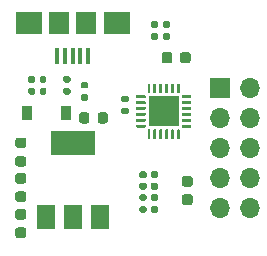
<source format=gbr>
%TF.GenerationSoftware,KiCad,Pcbnew,5.1.8*%
%TF.CreationDate,2020-11-26T00:29:23+09:00*%
%TF.ProjectId,rasp_usb,72617370-5f75-4736-922e-6b696361645f,rev?*%
%TF.SameCoordinates,Original*%
%TF.FileFunction,Soldermask,Top*%
%TF.FilePolarity,Negative*%
%FSLAX46Y46*%
G04 Gerber Fmt 4.6, Leading zero omitted, Abs format (unit mm)*
G04 Created by KiCad (PCBNEW 5.1.8) date 2020-11-26 00:29:23*
%MOMM*%
%LPD*%
G01*
G04 APERTURE LIST*
%ADD10R,1.700000X1.700000*%
%ADD11O,1.700000X1.700000*%
%ADD12R,3.800000X2.000000*%
%ADD13R,1.500000X2.000000*%
%ADD14R,0.900000X1.200000*%
%ADD15R,2.600000X2.600000*%
%ADD16R,1.800000X1.900000*%
%ADD17R,2.300000X1.900000*%
%ADD18R,0.400000X1.400000*%
G04 APERTURE END LIST*
D10*
%TO.C,J2*%
X120250000Y-68500000D03*
D11*
X122790000Y-68500000D03*
X120250000Y-71040000D03*
X122790000Y-71040000D03*
X120250000Y-73580000D03*
X122790000Y-73580000D03*
X120250000Y-76120000D03*
X122790000Y-76120000D03*
X120250000Y-78660000D03*
X122790000Y-78660000D03*
%TD*%
D12*
%TO.C,U1*%
X107750000Y-73100000D03*
D13*
X107750000Y-79400000D03*
X110050000Y-79400000D03*
X105450000Y-79400000D03*
%TD*%
%TO.C,C4*%
G36*
G01*
X104550000Y-67580000D02*
X104550000Y-67920000D01*
G75*
G02*
X104410000Y-68060000I-140000J0D01*
G01*
X104130000Y-68060000D01*
G75*
G02*
X103990000Y-67920000I0J140000D01*
G01*
X103990000Y-67580000D01*
G75*
G02*
X104130000Y-67440000I140000J0D01*
G01*
X104410000Y-67440000D01*
G75*
G02*
X104550000Y-67580000I0J-140000D01*
G01*
G37*
G36*
G01*
X105510000Y-67580000D02*
X105510000Y-67920000D01*
G75*
G02*
X105370000Y-68060000I-140000J0D01*
G01*
X105090000Y-68060000D01*
G75*
G02*
X104950000Y-67920000I0J140000D01*
G01*
X104950000Y-67580000D01*
G75*
G02*
X105090000Y-67440000I140000J0D01*
G01*
X105370000Y-67440000D01*
G75*
G02*
X105510000Y-67580000I0J-140000D01*
G01*
G37*
%TD*%
%TO.C,C5*%
G36*
G01*
X103100000Y-75675000D02*
X103600000Y-75675000D01*
G75*
G02*
X103825000Y-75900000I0J-225000D01*
G01*
X103825000Y-76350000D01*
G75*
G02*
X103600000Y-76575000I-225000J0D01*
G01*
X103100000Y-76575000D01*
G75*
G02*
X102875000Y-76350000I0J225000D01*
G01*
X102875000Y-75900000D01*
G75*
G02*
X103100000Y-75675000I225000J0D01*
G01*
G37*
G36*
G01*
X103100000Y-77225000D02*
X103600000Y-77225000D01*
G75*
G02*
X103825000Y-77450000I0J-225000D01*
G01*
X103825000Y-77900000D01*
G75*
G02*
X103600000Y-78125000I-225000J0D01*
G01*
X103100000Y-78125000D01*
G75*
G02*
X102875000Y-77900000I0J225000D01*
G01*
X102875000Y-77450000D01*
G75*
G02*
X103100000Y-77225000I225000J0D01*
G01*
G37*
%TD*%
%TO.C,C6*%
G36*
G01*
X105510000Y-68580000D02*
X105510000Y-68920000D01*
G75*
G02*
X105370000Y-69060000I-140000J0D01*
G01*
X105090000Y-69060000D01*
G75*
G02*
X104950000Y-68920000I0J140000D01*
G01*
X104950000Y-68580000D01*
G75*
G02*
X105090000Y-68440000I140000J0D01*
G01*
X105370000Y-68440000D01*
G75*
G02*
X105510000Y-68580000I0J-140000D01*
G01*
G37*
G36*
G01*
X104550000Y-68580000D02*
X104550000Y-68920000D01*
G75*
G02*
X104410000Y-69060000I-140000J0D01*
G01*
X104130000Y-69060000D01*
G75*
G02*
X103990000Y-68920000I0J140000D01*
G01*
X103990000Y-68580000D01*
G75*
G02*
X104130000Y-68440000I140000J0D01*
G01*
X104410000Y-68440000D01*
G75*
G02*
X104550000Y-68580000I0J-140000D01*
G01*
G37*
%TD*%
%TO.C,C8*%
G36*
G01*
X103600000Y-79625000D02*
X103100000Y-79625000D01*
G75*
G02*
X102875000Y-79400000I0J225000D01*
G01*
X102875000Y-78950000D01*
G75*
G02*
X103100000Y-78725000I225000J0D01*
G01*
X103600000Y-78725000D01*
G75*
G02*
X103825000Y-78950000I0J-225000D01*
G01*
X103825000Y-79400000D01*
G75*
G02*
X103600000Y-79625000I-225000J0D01*
G01*
G37*
G36*
G01*
X103600000Y-81175000D02*
X103100000Y-81175000D01*
G75*
G02*
X102875000Y-80950000I0J225000D01*
G01*
X102875000Y-80500000D01*
G75*
G02*
X103100000Y-80275000I225000J0D01*
G01*
X103600000Y-80275000D01*
G75*
G02*
X103825000Y-80500000I0J-225000D01*
G01*
X103825000Y-80950000D01*
G75*
G02*
X103600000Y-81175000I-225000J0D01*
G01*
G37*
%TD*%
%TO.C,FB1*%
G36*
G01*
X108275000Y-71256250D02*
X108275000Y-70743750D01*
G75*
G02*
X108493750Y-70525000I218750J0D01*
G01*
X108931250Y-70525000D01*
G75*
G02*
X109150000Y-70743750I0J-218750D01*
G01*
X109150000Y-71256250D01*
G75*
G02*
X108931250Y-71475000I-218750J0D01*
G01*
X108493750Y-71475000D01*
G75*
G02*
X108275000Y-71256250I0J218750D01*
G01*
G37*
G36*
G01*
X109850000Y-71256250D02*
X109850000Y-70743750D01*
G75*
G02*
X110068750Y-70525000I218750J0D01*
G01*
X110506250Y-70525000D01*
G75*
G02*
X110725000Y-70743750I0J-218750D01*
G01*
X110725000Y-71256250D01*
G75*
G02*
X110506250Y-71475000I-218750J0D01*
G01*
X110068750Y-71475000D01*
G75*
G02*
X109850000Y-71256250I0J218750D01*
G01*
G37*
%TD*%
%TO.C,R3*%
G36*
G01*
X108565000Y-68990000D02*
X108935000Y-68990000D01*
G75*
G02*
X109070000Y-69125000I0J-135000D01*
G01*
X109070000Y-69395000D01*
G75*
G02*
X108935000Y-69530000I-135000J0D01*
G01*
X108565000Y-69530000D01*
G75*
G02*
X108430000Y-69395000I0J135000D01*
G01*
X108430000Y-69125000D01*
G75*
G02*
X108565000Y-68990000I135000J0D01*
G01*
G37*
G36*
G01*
X108565000Y-67970000D02*
X108935000Y-67970000D01*
G75*
G02*
X109070000Y-68105000I0J-135000D01*
G01*
X109070000Y-68375000D01*
G75*
G02*
X108935000Y-68510000I-135000J0D01*
G01*
X108565000Y-68510000D01*
G75*
G02*
X108430000Y-68375000I0J135000D01*
G01*
X108430000Y-68105000D01*
G75*
G02*
X108565000Y-67970000I135000J0D01*
G01*
G37*
%TD*%
%TO.C,R4*%
G36*
G01*
X107065000Y-67470000D02*
X107435000Y-67470000D01*
G75*
G02*
X107570000Y-67605000I0J-135000D01*
G01*
X107570000Y-67875000D01*
G75*
G02*
X107435000Y-68010000I-135000J0D01*
G01*
X107065000Y-68010000D01*
G75*
G02*
X106930000Y-67875000I0J135000D01*
G01*
X106930000Y-67605000D01*
G75*
G02*
X107065000Y-67470000I135000J0D01*
G01*
G37*
G36*
G01*
X107065000Y-68490000D02*
X107435000Y-68490000D01*
G75*
G02*
X107570000Y-68625000I0J-135000D01*
G01*
X107570000Y-68895000D01*
G75*
G02*
X107435000Y-69030000I-135000J0D01*
G01*
X107065000Y-69030000D01*
G75*
G02*
X106930000Y-68895000I0J135000D01*
G01*
X106930000Y-68625000D01*
G75*
G02*
X107065000Y-68490000I135000J0D01*
G01*
G37*
%TD*%
%TO.C,F1*%
G36*
G01*
X103093750Y-72675000D02*
X103606250Y-72675000D01*
G75*
G02*
X103825000Y-72893750I0J-218750D01*
G01*
X103825000Y-73331250D01*
G75*
G02*
X103606250Y-73550000I-218750J0D01*
G01*
X103093750Y-73550000D01*
G75*
G02*
X102875000Y-73331250I0J218750D01*
G01*
X102875000Y-72893750D01*
G75*
G02*
X103093750Y-72675000I218750J0D01*
G01*
G37*
G36*
G01*
X103093750Y-74250000D02*
X103606250Y-74250000D01*
G75*
G02*
X103825000Y-74468750I0J-218750D01*
G01*
X103825000Y-74906250D01*
G75*
G02*
X103606250Y-75125000I-218750J0D01*
G01*
X103093750Y-75125000D01*
G75*
G02*
X102875000Y-74906250I0J218750D01*
G01*
X102875000Y-74468750D01*
G75*
G02*
X103093750Y-74250000I218750J0D01*
G01*
G37*
%TD*%
D14*
%TO.C,D1*%
X103850000Y-70600000D03*
X107150000Y-70600000D03*
%TD*%
%TO.C,C9*%
G36*
G01*
X116825000Y-66150000D02*
X116825000Y-65650000D01*
G75*
G02*
X117050000Y-65425000I225000J0D01*
G01*
X117500000Y-65425000D01*
G75*
G02*
X117725000Y-65650000I0J-225000D01*
G01*
X117725000Y-66150000D01*
G75*
G02*
X117500000Y-66375000I-225000J0D01*
G01*
X117050000Y-66375000D01*
G75*
G02*
X116825000Y-66150000I0J225000D01*
G01*
G37*
G36*
G01*
X115275000Y-66150000D02*
X115275000Y-65650000D01*
G75*
G02*
X115500000Y-65425000I225000J0D01*
G01*
X115950000Y-65425000D01*
G75*
G02*
X116175000Y-65650000I0J-225000D01*
G01*
X116175000Y-66150000D01*
G75*
G02*
X115950000Y-66375000I-225000J0D01*
G01*
X115500000Y-66375000D01*
G75*
G02*
X115275000Y-66150000I0J225000D01*
G01*
G37*
%TD*%
%TO.C,C10*%
G36*
G01*
X117200000Y-75925000D02*
X117700000Y-75925000D01*
G75*
G02*
X117925000Y-76150000I0J-225000D01*
G01*
X117925000Y-76600000D01*
G75*
G02*
X117700000Y-76825000I-225000J0D01*
G01*
X117200000Y-76825000D01*
G75*
G02*
X116975000Y-76600000I0J225000D01*
G01*
X116975000Y-76150000D01*
G75*
G02*
X117200000Y-75925000I225000J0D01*
G01*
G37*
G36*
G01*
X117200000Y-77475000D02*
X117700000Y-77475000D01*
G75*
G02*
X117925000Y-77700000I0J-225000D01*
G01*
X117925000Y-78150000D01*
G75*
G02*
X117700000Y-78375000I-225000J0D01*
G01*
X117200000Y-78375000D01*
G75*
G02*
X116975000Y-78150000I0J225000D01*
G01*
X116975000Y-77700000D01*
G75*
G02*
X117200000Y-77475000I225000J0D01*
G01*
G37*
%TD*%
%TO.C,R6*%
G36*
G01*
X111965000Y-69120000D02*
X112335000Y-69120000D01*
G75*
G02*
X112470000Y-69255000I0J-135000D01*
G01*
X112470000Y-69525000D01*
G75*
G02*
X112335000Y-69660000I-135000J0D01*
G01*
X111965000Y-69660000D01*
G75*
G02*
X111830000Y-69525000I0J135000D01*
G01*
X111830000Y-69255000D01*
G75*
G02*
X111965000Y-69120000I135000J0D01*
G01*
G37*
G36*
G01*
X111965000Y-70140000D02*
X112335000Y-70140000D01*
G75*
G02*
X112470000Y-70275000I0J-135000D01*
G01*
X112470000Y-70545000D01*
G75*
G02*
X112335000Y-70680000I-135000J0D01*
G01*
X111965000Y-70680000D01*
G75*
G02*
X111830000Y-70545000I0J135000D01*
G01*
X111830000Y-70275000D01*
G75*
G02*
X111965000Y-70140000I135000J0D01*
G01*
G37*
%TD*%
%TO.C,U3*%
G36*
G01*
X116637500Y-68100000D02*
X116762500Y-68100000D01*
G75*
G02*
X116825000Y-68162500I0J-62500D01*
G01*
X116825000Y-68862500D01*
G75*
G02*
X116762500Y-68925000I-62500J0D01*
G01*
X116637500Y-68925000D01*
G75*
G02*
X116575000Y-68862500I0J62500D01*
G01*
X116575000Y-68162500D01*
G75*
G02*
X116637500Y-68100000I62500J0D01*
G01*
G37*
G36*
G01*
X116137500Y-68100000D02*
X116262500Y-68100000D01*
G75*
G02*
X116325000Y-68162500I0J-62500D01*
G01*
X116325000Y-68862500D01*
G75*
G02*
X116262500Y-68925000I-62500J0D01*
G01*
X116137500Y-68925000D01*
G75*
G02*
X116075000Y-68862500I0J62500D01*
G01*
X116075000Y-68162500D01*
G75*
G02*
X116137500Y-68100000I62500J0D01*
G01*
G37*
G36*
G01*
X115637500Y-68100000D02*
X115762500Y-68100000D01*
G75*
G02*
X115825000Y-68162500I0J-62500D01*
G01*
X115825000Y-68862500D01*
G75*
G02*
X115762500Y-68925000I-62500J0D01*
G01*
X115637500Y-68925000D01*
G75*
G02*
X115575000Y-68862500I0J62500D01*
G01*
X115575000Y-68162500D01*
G75*
G02*
X115637500Y-68100000I62500J0D01*
G01*
G37*
G36*
G01*
X115137500Y-68100000D02*
X115262500Y-68100000D01*
G75*
G02*
X115325000Y-68162500I0J-62500D01*
G01*
X115325000Y-68862500D01*
G75*
G02*
X115262500Y-68925000I-62500J0D01*
G01*
X115137500Y-68925000D01*
G75*
G02*
X115075000Y-68862500I0J62500D01*
G01*
X115075000Y-68162500D01*
G75*
G02*
X115137500Y-68100000I62500J0D01*
G01*
G37*
G36*
G01*
X114637500Y-68100000D02*
X114762500Y-68100000D01*
G75*
G02*
X114825000Y-68162500I0J-62500D01*
G01*
X114825000Y-68862500D01*
G75*
G02*
X114762500Y-68925000I-62500J0D01*
G01*
X114637500Y-68925000D01*
G75*
G02*
X114575000Y-68862500I0J62500D01*
G01*
X114575000Y-68162500D01*
G75*
G02*
X114637500Y-68100000I62500J0D01*
G01*
G37*
G36*
G01*
X114137500Y-68100000D02*
X114262500Y-68100000D01*
G75*
G02*
X114325000Y-68162500I0J-62500D01*
G01*
X114325000Y-68862500D01*
G75*
G02*
X114262500Y-68925000I-62500J0D01*
G01*
X114137500Y-68925000D01*
G75*
G02*
X114075000Y-68862500I0J62500D01*
G01*
X114075000Y-68162500D01*
G75*
G02*
X114137500Y-68100000I62500J0D01*
G01*
G37*
G36*
G01*
X113162500Y-69075000D02*
X113862500Y-69075000D01*
G75*
G02*
X113925000Y-69137500I0J-62500D01*
G01*
X113925000Y-69262500D01*
G75*
G02*
X113862500Y-69325000I-62500J0D01*
G01*
X113162500Y-69325000D01*
G75*
G02*
X113100000Y-69262500I0J62500D01*
G01*
X113100000Y-69137500D01*
G75*
G02*
X113162500Y-69075000I62500J0D01*
G01*
G37*
G36*
G01*
X113162500Y-69575000D02*
X113862500Y-69575000D01*
G75*
G02*
X113925000Y-69637500I0J-62500D01*
G01*
X113925000Y-69762500D01*
G75*
G02*
X113862500Y-69825000I-62500J0D01*
G01*
X113162500Y-69825000D01*
G75*
G02*
X113100000Y-69762500I0J62500D01*
G01*
X113100000Y-69637500D01*
G75*
G02*
X113162500Y-69575000I62500J0D01*
G01*
G37*
G36*
G01*
X113162500Y-70075000D02*
X113862500Y-70075000D01*
G75*
G02*
X113925000Y-70137500I0J-62500D01*
G01*
X113925000Y-70262500D01*
G75*
G02*
X113862500Y-70325000I-62500J0D01*
G01*
X113162500Y-70325000D01*
G75*
G02*
X113100000Y-70262500I0J62500D01*
G01*
X113100000Y-70137500D01*
G75*
G02*
X113162500Y-70075000I62500J0D01*
G01*
G37*
G36*
G01*
X113162500Y-70575000D02*
X113862500Y-70575000D01*
G75*
G02*
X113925000Y-70637500I0J-62500D01*
G01*
X113925000Y-70762500D01*
G75*
G02*
X113862500Y-70825000I-62500J0D01*
G01*
X113162500Y-70825000D01*
G75*
G02*
X113100000Y-70762500I0J62500D01*
G01*
X113100000Y-70637500D01*
G75*
G02*
X113162500Y-70575000I62500J0D01*
G01*
G37*
G36*
G01*
X113162500Y-71075000D02*
X113862500Y-71075000D01*
G75*
G02*
X113925000Y-71137500I0J-62500D01*
G01*
X113925000Y-71262500D01*
G75*
G02*
X113862500Y-71325000I-62500J0D01*
G01*
X113162500Y-71325000D01*
G75*
G02*
X113100000Y-71262500I0J62500D01*
G01*
X113100000Y-71137500D01*
G75*
G02*
X113162500Y-71075000I62500J0D01*
G01*
G37*
G36*
G01*
X113162500Y-71575000D02*
X113862500Y-71575000D01*
G75*
G02*
X113925000Y-71637500I0J-62500D01*
G01*
X113925000Y-71762500D01*
G75*
G02*
X113862500Y-71825000I-62500J0D01*
G01*
X113162500Y-71825000D01*
G75*
G02*
X113100000Y-71762500I0J62500D01*
G01*
X113100000Y-71637500D01*
G75*
G02*
X113162500Y-71575000I62500J0D01*
G01*
G37*
G36*
G01*
X114137500Y-71975000D02*
X114262500Y-71975000D01*
G75*
G02*
X114325000Y-72037500I0J-62500D01*
G01*
X114325000Y-72737500D01*
G75*
G02*
X114262500Y-72800000I-62500J0D01*
G01*
X114137500Y-72800000D01*
G75*
G02*
X114075000Y-72737500I0J62500D01*
G01*
X114075000Y-72037500D01*
G75*
G02*
X114137500Y-71975000I62500J0D01*
G01*
G37*
G36*
G01*
X114637500Y-71975000D02*
X114762500Y-71975000D01*
G75*
G02*
X114825000Y-72037500I0J-62500D01*
G01*
X114825000Y-72737500D01*
G75*
G02*
X114762500Y-72800000I-62500J0D01*
G01*
X114637500Y-72800000D01*
G75*
G02*
X114575000Y-72737500I0J62500D01*
G01*
X114575000Y-72037500D01*
G75*
G02*
X114637500Y-71975000I62500J0D01*
G01*
G37*
G36*
G01*
X115137500Y-71975000D02*
X115262500Y-71975000D01*
G75*
G02*
X115325000Y-72037500I0J-62500D01*
G01*
X115325000Y-72737500D01*
G75*
G02*
X115262500Y-72800000I-62500J0D01*
G01*
X115137500Y-72800000D01*
G75*
G02*
X115075000Y-72737500I0J62500D01*
G01*
X115075000Y-72037500D01*
G75*
G02*
X115137500Y-71975000I62500J0D01*
G01*
G37*
G36*
G01*
X115637500Y-71975000D02*
X115762500Y-71975000D01*
G75*
G02*
X115825000Y-72037500I0J-62500D01*
G01*
X115825000Y-72737500D01*
G75*
G02*
X115762500Y-72800000I-62500J0D01*
G01*
X115637500Y-72800000D01*
G75*
G02*
X115575000Y-72737500I0J62500D01*
G01*
X115575000Y-72037500D01*
G75*
G02*
X115637500Y-71975000I62500J0D01*
G01*
G37*
G36*
G01*
X116137500Y-71975000D02*
X116262500Y-71975000D01*
G75*
G02*
X116325000Y-72037500I0J-62500D01*
G01*
X116325000Y-72737500D01*
G75*
G02*
X116262500Y-72800000I-62500J0D01*
G01*
X116137500Y-72800000D01*
G75*
G02*
X116075000Y-72737500I0J62500D01*
G01*
X116075000Y-72037500D01*
G75*
G02*
X116137500Y-71975000I62500J0D01*
G01*
G37*
G36*
G01*
X116637500Y-71975000D02*
X116762500Y-71975000D01*
G75*
G02*
X116825000Y-72037500I0J-62500D01*
G01*
X116825000Y-72737500D01*
G75*
G02*
X116762500Y-72800000I-62500J0D01*
G01*
X116637500Y-72800000D01*
G75*
G02*
X116575000Y-72737500I0J62500D01*
G01*
X116575000Y-72037500D01*
G75*
G02*
X116637500Y-71975000I62500J0D01*
G01*
G37*
G36*
G01*
X117037500Y-71575000D02*
X117737500Y-71575000D01*
G75*
G02*
X117800000Y-71637500I0J-62500D01*
G01*
X117800000Y-71762500D01*
G75*
G02*
X117737500Y-71825000I-62500J0D01*
G01*
X117037500Y-71825000D01*
G75*
G02*
X116975000Y-71762500I0J62500D01*
G01*
X116975000Y-71637500D01*
G75*
G02*
X117037500Y-71575000I62500J0D01*
G01*
G37*
G36*
G01*
X117037500Y-71075000D02*
X117737500Y-71075000D01*
G75*
G02*
X117800000Y-71137500I0J-62500D01*
G01*
X117800000Y-71262500D01*
G75*
G02*
X117737500Y-71325000I-62500J0D01*
G01*
X117037500Y-71325000D01*
G75*
G02*
X116975000Y-71262500I0J62500D01*
G01*
X116975000Y-71137500D01*
G75*
G02*
X117037500Y-71075000I62500J0D01*
G01*
G37*
G36*
G01*
X117037500Y-70575000D02*
X117737500Y-70575000D01*
G75*
G02*
X117800000Y-70637500I0J-62500D01*
G01*
X117800000Y-70762500D01*
G75*
G02*
X117737500Y-70825000I-62500J0D01*
G01*
X117037500Y-70825000D01*
G75*
G02*
X116975000Y-70762500I0J62500D01*
G01*
X116975000Y-70637500D01*
G75*
G02*
X117037500Y-70575000I62500J0D01*
G01*
G37*
G36*
G01*
X117037500Y-70075000D02*
X117737500Y-70075000D01*
G75*
G02*
X117800000Y-70137500I0J-62500D01*
G01*
X117800000Y-70262500D01*
G75*
G02*
X117737500Y-70325000I-62500J0D01*
G01*
X117037500Y-70325000D01*
G75*
G02*
X116975000Y-70262500I0J62500D01*
G01*
X116975000Y-70137500D01*
G75*
G02*
X117037500Y-70075000I62500J0D01*
G01*
G37*
G36*
G01*
X117037500Y-69575000D02*
X117737500Y-69575000D01*
G75*
G02*
X117800000Y-69637500I0J-62500D01*
G01*
X117800000Y-69762500D01*
G75*
G02*
X117737500Y-69825000I-62500J0D01*
G01*
X117037500Y-69825000D01*
G75*
G02*
X116975000Y-69762500I0J62500D01*
G01*
X116975000Y-69637500D01*
G75*
G02*
X117037500Y-69575000I62500J0D01*
G01*
G37*
G36*
G01*
X117037500Y-69075000D02*
X117737500Y-69075000D01*
G75*
G02*
X117800000Y-69137500I0J-62500D01*
G01*
X117800000Y-69262500D01*
G75*
G02*
X117737500Y-69325000I-62500J0D01*
G01*
X117037500Y-69325000D01*
G75*
G02*
X116975000Y-69262500I0J62500D01*
G01*
X116975000Y-69137500D01*
G75*
G02*
X117037500Y-69075000I62500J0D01*
G01*
G37*
D15*
X115450000Y-70450000D03*
%TD*%
%TO.C,D2*%
G36*
G01*
X115955000Y-62927500D02*
X115955000Y-63272500D01*
G75*
G02*
X115807500Y-63420000I-147500J0D01*
G01*
X115512500Y-63420000D01*
G75*
G02*
X115365000Y-63272500I0J147500D01*
G01*
X115365000Y-62927500D01*
G75*
G02*
X115512500Y-62780000I147500J0D01*
G01*
X115807500Y-62780000D01*
G75*
G02*
X115955000Y-62927500I0J-147500D01*
G01*
G37*
G36*
G01*
X114985000Y-62927500D02*
X114985000Y-63272500D01*
G75*
G02*
X114837500Y-63420000I-147500J0D01*
G01*
X114542500Y-63420000D01*
G75*
G02*
X114395000Y-63272500I0J147500D01*
G01*
X114395000Y-62927500D01*
G75*
G02*
X114542500Y-62780000I147500J0D01*
G01*
X114837500Y-62780000D01*
G75*
G02*
X114985000Y-62927500I0J-147500D01*
G01*
G37*
%TD*%
%TO.C,D3*%
G36*
G01*
X114477500Y-76490000D02*
X114822500Y-76490000D01*
G75*
G02*
X114970000Y-76637500I0J-147500D01*
G01*
X114970000Y-76932500D01*
G75*
G02*
X114822500Y-77080000I-147500J0D01*
G01*
X114477500Y-77080000D01*
G75*
G02*
X114330000Y-76932500I0J147500D01*
G01*
X114330000Y-76637500D01*
G75*
G02*
X114477500Y-76490000I147500J0D01*
G01*
G37*
G36*
G01*
X114477500Y-75520000D02*
X114822500Y-75520000D01*
G75*
G02*
X114970000Y-75667500I0J-147500D01*
G01*
X114970000Y-75962500D01*
G75*
G02*
X114822500Y-76110000I-147500J0D01*
G01*
X114477500Y-76110000D01*
G75*
G02*
X114330000Y-75962500I0J147500D01*
G01*
X114330000Y-75667500D01*
G75*
G02*
X114477500Y-75520000I147500J0D01*
G01*
G37*
%TD*%
%TO.C,D4*%
G36*
G01*
X113527500Y-75520000D02*
X113872500Y-75520000D01*
G75*
G02*
X114020000Y-75667500I0J-147500D01*
G01*
X114020000Y-75962500D01*
G75*
G02*
X113872500Y-76110000I-147500J0D01*
G01*
X113527500Y-76110000D01*
G75*
G02*
X113380000Y-75962500I0J147500D01*
G01*
X113380000Y-75667500D01*
G75*
G02*
X113527500Y-75520000I147500J0D01*
G01*
G37*
G36*
G01*
X113527500Y-76490000D02*
X113872500Y-76490000D01*
G75*
G02*
X114020000Y-76637500I0J-147500D01*
G01*
X114020000Y-76932500D01*
G75*
G02*
X113872500Y-77080000I-147500J0D01*
G01*
X113527500Y-77080000D01*
G75*
G02*
X113380000Y-76932500I0J147500D01*
G01*
X113380000Y-76637500D01*
G75*
G02*
X113527500Y-76490000I147500J0D01*
G01*
G37*
%TD*%
%TO.C,R1*%
G36*
G01*
X114835000Y-79030000D02*
X114465000Y-79030000D01*
G75*
G02*
X114330000Y-78895000I0J135000D01*
G01*
X114330000Y-78625000D01*
G75*
G02*
X114465000Y-78490000I135000J0D01*
G01*
X114835000Y-78490000D01*
G75*
G02*
X114970000Y-78625000I0J-135000D01*
G01*
X114970000Y-78895000D01*
G75*
G02*
X114835000Y-79030000I-135000J0D01*
G01*
G37*
G36*
G01*
X114835000Y-78010000D02*
X114465000Y-78010000D01*
G75*
G02*
X114330000Y-77875000I0J135000D01*
G01*
X114330000Y-77605000D01*
G75*
G02*
X114465000Y-77470000I135000J0D01*
G01*
X114835000Y-77470000D01*
G75*
G02*
X114970000Y-77605000I0J-135000D01*
G01*
X114970000Y-77875000D01*
G75*
G02*
X114835000Y-78010000I-135000J0D01*
G01*
G37*
%TD*%
%TO.C,R2*%
G36*
G01*
X113515000Y-78490000D02*
X113885000Y-78490000D01*
G75*
G02*
X114020000Y-78625000I0J-135000D01*
G01*
X114020000Y-78895000D01*
G75*
G02*
X113885000Y-79030000I-135000J0D01*
G01*
X113515000Y-79030000D01*
G75*
G02*
X113380000Y-78895000I0J135000D01*
G01*
X113380000Y-78625000D01*
G75*
G02*
X113515000Y-78490000I135000J0D01*
G01*
G37*
G36*
G01*
X113515000Y-77470000D02*
X113885000Y-77470000D01*
G75*
G02*
X114020000Y-77605000I0J-135000D01*
G01*
X114020000Y-77875000D01*
G75*
G02*
X113885000Y-78010000I-135000J0D01*
G01*
X113515000Y-78010000D01*
G75*
G02*
X113380000Y-77875000I0J135000D01*
G01*
X113380000Y-77605000D01*
G75*
G02*
X113515000Y-77470000I135000J0D01*
G01*
G37*
%TD*%
%TO.C,R5*%
G36*
G01*
X114395000Y-64310000D02*
X114395000Y-63940000D01*
G75*
G02*
X114530000Y-63805000I135000J0D01*
G01*
X114800000Y-63805000D01*
G75*
G02*
X114935000Y-63940000I0J-135000D01*
G01*
X114935000Y-64310000D01*
G75*
G02*
X114800000Y-64445000I-135000J0D01*
G01*
X114530000Y-64445000D01*
G75*
G02*
X114395000Y-64310000I0J135000D01*
G01*
G37*
G36*
G01*
X115415000Y-64310000D02*
X115415000Y-63940000D01*
G75*
G02*
X115550000Y-63805000I135000J0D01*
G01*
X115820000Y-63805000D01*
G75*
G02*
X115955000Y-63940000I0J-135000D01*
G01*
X115955000Y-64310000D01*
G75*
G02*
X115820000Y-64445000I-135000J0D01*
G01*
X115550000Y-64445000D01*
G75*
G02*
X115415000Y-64310000I0J135000D01*
G01*
G37*
%TD*%
D16*
%TO.C,J1*%
X106600000Y-62950000D03*
X108900000Y-62950000D03*
D17*
X104000000Y-62950000D03*
X111500000Y-62950000D03*
D18*
X106450000Y-65800000D03*
X107100000Y-65800000D03*
X107750000Y-65800000D03*
X108400000Y-65800000D03*
X109050000Y-65800000D03*
%TD*%
M02*

</source>
